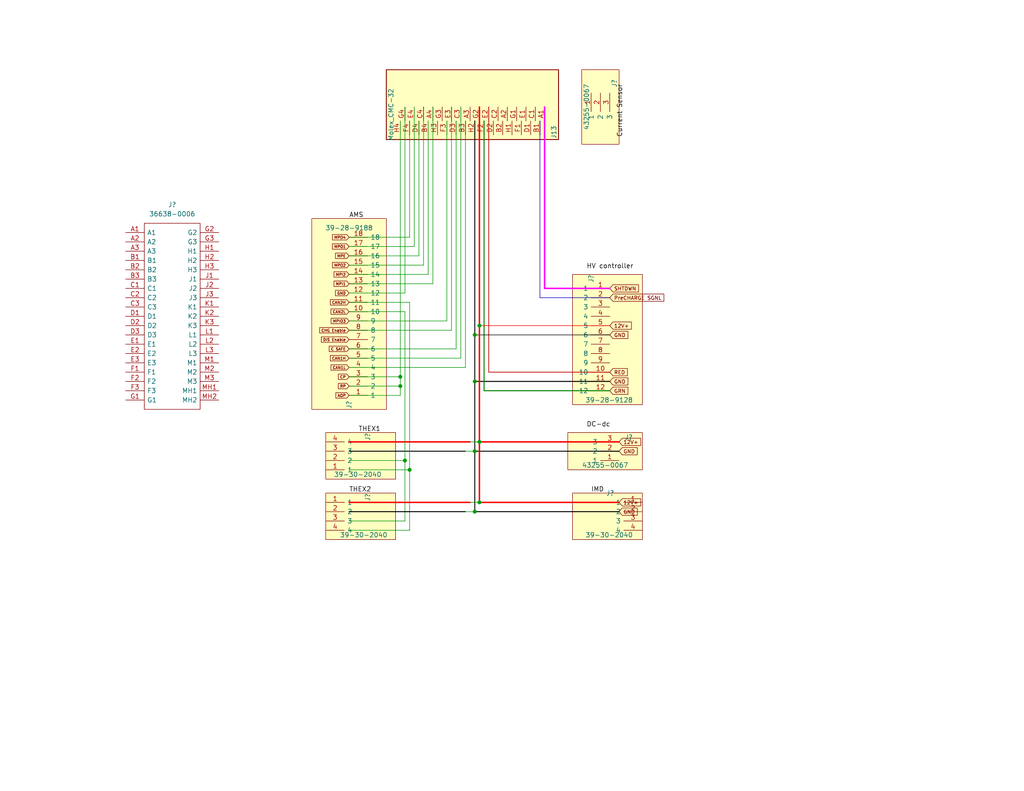
<source format=kicad_sch>
(kicad_sch (version 20211123) (generator eeschema)
  (paper "USLetter")
  (lib_symbols
    (symbol "36638-0006:36638-0006" (pin_names (offset 0.762))
      (property "Reference" "J" (at 21.59 7.62 0))
      (property "Value" "36638-0006" (at 21.59 5.08 0))
      (symbol "36638-0006_0_0"
        (pin passive line (at 0 0 0) (length 5.08) (name "A1") (number "A1"))
        (pin passive line (at 0 -2.54 0) (length 5.08) (name "A2") (number "A2"))
        (pin passive line (at 0 -5.08 0) (length 5.08) (name "A3") (number "A3"))
        (pin passive line (at 0 -7.62 0) (length 5.08) (name "B1") (number "B1"))
        (pin passive line (at 0 -10.16 0) (length 5.08) (name "B2") (number "B2"))
        (pin passive line (at 0 -12.7 0) (length 5.08) (name "B3") (number "B3"))
        (pin passive line (at 0 -15.24 0) (length 5.08) (name "C1") (number "C1"))
        (pin passive line (at 0 -17.78 0) (length 5.08) (name "C2") (number "C2"))
        (pin passive line (at 0 -20.32 0) (length 5.08) (name "C3") (number "C3"))
        (pin passive line (at 0 -22.86 0) (length 5.08) (name "D1") (number "D1"))
        (pin passive line (at 0 -25.4 0) (length 5.08) (name "D2") (number "D2"))
        (pin passive line (at 0 -27.94 0) (length 5.08) (name "D3") (number "D3"))
        (pin passive line (at 0 -30.48 0) (length 5.08) (name "E1") (number "E1"))
        (pin passive line (at 0 -33.02 0) (length 5.08) (name "E2") (number "E2"))
        (pin passive line (at 0 -35.56 0) (length 5.08) (name "E3") (number "E3"))
        (pin passive line (at 0 -38.1 0) (length 5.08) (name "F1") (number "F1"))
        (pin passive line (at 0 -40.64 0) (length 5.08) (name "F2") (number "F2"))
        (pin passive line (at 0 -43.18 0) (length 5.08) (name "F3") (number "F3"))
        (pin passive line (at 0 -45.72 0) (length 5.08) (name "G1") (number "G1"))
        (pin passive line (at 25.4 0 180) (length 5.08) (name "G2") (number "G2"))
        (pin passive line (at 25.4 -2.54 180) (length 5.08) (name "G3") (number "G3"))
        (pin passive line (at 25.4 -5.08 180) (length 5.08) (name "H1") (number "H1"))
        (pin passive line (at 25.4 -7.62 180) (length 5.08) (name "H2") (number "H2"))
        (pin passive line (at 25.4 -10.16 180) (length 5.08) (name "H3") (number "H3"))
        (pin passive line (at 25.4 -12.7 180) (length 5.08) (name "J1") (number "J1"))
        (pin passive line (at 25.4 -15.24 180) (length 5.08) (name "J2") (number "J2"))
        (pin passive line (at 25.4 -17.78 180) (length 5.08) (name "J3") (number "J3"))
        (pin passive line (at 25.4 -20.32 180) (length 5.08) (name "K1") (number "K1"))
        (pin passive line (at 25.4 -22.86 180) (length 5.08) (name "K2") (number "K2"))
        (pin passive line (at 25.4 -25.4 180) (length 5.08) (name "K3") (number "K3"))
        (pin passive line (at 25.4 -27.94 180) (length 5.08) (name "L1") (number "L1"))
        (pin passive line (at 25.4 -30.48 180) (length 5.08) (name "L2") (number "L2"))
        (pin passive line (at 25.4 -33.02 180) (length 5.08) (name "L3") (number "L3"))
        (pin passive line (at 25.4 -35.56 180) (length 5.08) (name "M1") (number "M1"))
        (pin passive line (at 25.4 -38.1 180) (length 5.08) (name "M2") (number "M2"))
        (pin passive line (at 25.4 -40.64 180) (length 5.08) (name "M3") (number "M3"))
        (pin passive line (at 25.4 -43.18 180) (length 5.08) (name "MH1") (number "MH1"))
        (pin passive line (at 25.4 -45.72 180) (length 5.08) (name "MH2") (number "MH2"))
      )
      (symbol "36638-0006_0_1"
        (polyline (pts (xy 5.08 2.54) (xy 20.32 2.54) (xy 20.32 -48.26) (xy 5.08 -48.26) (xy 5.08 2.54)) (stroke (width 0.1524)))
      )
    )
    (symbol "39-28-9128:39-28-9128" (pin_names (offset 0.762))
      (property "Reference" "J" (at 2.54 17.78 0))
      (property "Value" "39-28-9128" (at -3.81 -15.24 0))
      (symbol "39-28-9128_0_0"
        (pin passive line (at 0 -12.7 0) (length 5.08) (name "1") (number "1"))
        (pin passive line (at 0 10.16 0) (length 5.08) (name "10") (number "10"))
        (pin passive line (at 0 12.7 0) (length 5.08) (name "11") (number "11"))
        (pin passive line (at 0 15.24 0) (length 5.08) (name "12") (number "12"))
        (pin passive line (at 0 -10.16 0) (length 5.08) (name "2") (number "2"))
        (pin passive line (at 0 -7.62 0) (length 5.08) (name "3") (number "3"))
        (pin passive line (at 0 -5.08 0) (length 5.08) (name "4") (number "4"))
        (pin passive line (at 0 -2.54 0) (length 5.08) (name "5") (number "5"))
        (pin passive line (at 0 0 0) (length 5.08) (name "6") (number "6"))
        (pin passive line (at 0 2.54 0) (length 5.08) (name "7") (number "7"))
        (pin passive line (at 0 5.08 0) (length 5.08) (name "8") (number "8"))
        (pin passive line (at 0 7.62 0) (length 5.08) (name "9") (number "9"))
      )
      (symbol "39-28-9128_0_1"
        (rectangle (start 10.16 -16.51) (end -8.89 19.05) (fill (type background)))
      )
    )
    (symbol "39-30-2040_1" (pin_names (offset 0.762))
      (property "Reference" "J" (at 16.51 7.62 0))
      (property "Value" "39-30-2040_1" (at 16.51 5.08 0))
      (symbol "39-30-2040_1_0_0"
        (pin passive line (at -6.35 -7.62 0) (length 5.08) (name "1") (number "1"))
        (pin passive line (at -6.35 -5.08 0) (length 5.08) (name "2") (number "2"))
        (pin passive line (at -6.35 -2.54 0) (length 5.08) (name "3") (number "3"))
        (pin passive line (at -6.35 0 0) (length 5.08) (name "4") (number "4"))
      )
      (symbol "39-30-2040_1_0_1"
        (polyline (pts (xy -6.35 2.54) (xy 12.7 2.54) (xy 12.7 -10.16) (xy -6.35 -10.16) (xy -6.35 2.54)) (stroke (width 0.1524)) (fill (type background)))
      )
    )
    (symbol "39-30-2040_2" (pin_names (offset 0.762))
      (property "Reference" "J" (at 16.51 7.62 0))
      (property "Value" "39-30-2040_2" (at 16.51 5.08 0))
      (symbol "39-30-2040_2_0_0"
        (pin passive line (at -6.35 -7.62 0) (length 5.08) (name "1") (number "1"))
        (pin passive line (at -6.35 -5.08 0) (length 5.08) (name "2") (number "2"))
        (pin passive line (at -6.35 -2.54 0) (length 5.08) (name "3") (number "3"))
        (pin passive line (at -6.35 0 0) (length 5.08) (name "4") (number "4"))
      )
      (symbol "39-30-2040_2_0_1"
        (polyline (pts (xy -6.35 2.54) (xy 12.7 2.54) (xy 12.7 -10.16) (xy -6.35 -10.16) (xy -6.35 2.54)) (stroke (width 0.1524)) (fill (type background)))
      )
    )
    (symbol "43255-0067:43255-0067" (pin_names (offset 0.762))
      (property "Reference" "J?" (at 3.81 -8.8899 90))
      (property "Value" "43255-0067" (at 3.81 -11.4299 90))
      (symbol "43255-0067_0_0"
        (pin passive line (at 0 0 0) (length 5.08) (name "1") (number "1"))
        (pin passive line (at 0 -2.54 0) (length 5.08) (name "2") (number "2"))
        (pin passive line (at 0 -5.08 0) (length 5.08) (name "3") (number "3"))
      )
      (symbol "43255-0067_0_1"
        (polyline (pts (xy -6.35 2.54) (xy 13.97 2.54) (xy 13.97 -7.62) (xy -6.35 -7.62) (xy -6.35 2.54)) (stroke (width 0.1524)) (fill (type background)))
      )
    )
    (symbol "FSAE DMS-23 Components:Molex_CMC-32" (pin_names (offset 1.016) hide)
      (property "Reference" "J" (at -5.08 40.64 0))
      (property "Value" "Molex_CMC-32" (at -5.08 -3.81 0))
      (symbol "Molex_CMC-32_1_1"
        (rectangle (start -16.51 41.91) (end 2.54 -5.08) (stroke (width 0.254)) (fill (type background)))
        (pin passive line (at -6.35 38.1 0) (length 3.81) (name "Pin_1") (number "A1"))
        (pin passive line (at -6.35 27.94 0) (length 3.81) (name "Pin_9") (number "A2"))
        (pin passive line (at -6.35 17.78 0) (length 3.81) (name "Pin_17") (number "A3"))
        (pin passive line (at -6.35 7.62 0) (length 3.81) (name "Pin_25") (number "A4"))
        (pin passive line (at -2.54 36.83 0) (length 3.81) (name "Pin_2") (number "B1"))
        (pin passive line (at -2.54 26.67 0) (length 3.81) (name "Pin_10") (number "B2"))
        (pin passive line (at -2.54 16.51 0) (length 3.81) (name "Pin_18") (number "B3"))
        (pin passive line (at -2.54 6.35 0) (length 3.81) (name "Pin_26") (number "B4"))
        (pin passive line (at -6.35 35.56 0) (length 3.81) (name "Pin_3") (number "C1"))
        (pin passive line (at -6.35 25.4 0) (length 3.81) (name "Pin_11") (number "C2"))
        (pin passive line (at -6.35 15.24 0) (length 3.81) (name "Pin_19") (number "C3"))
        (pin passive line (at -6.35 5.08 0) (length 3.81) (name "Pin_27") (number "C4"))
        (pin passive line (at -2.54 34.29 0) (length 3.81) (name "Pin_4") (number "D1"))
        (pin passive line (at -2.54 24.13 0) (length 3.81) (name "Pin_12") (number "D2"))
        (pin passive line (at -2.54 13.97 0) (length 3.81) (name "Pin_20") (number "D3"))
        (pin passive line (at -2.54 3.81 0) (length 3.81) (name "Pin_28") (number "D4"))
        (pin passive line (at -6.35 33.02 0) (length 3.81) (name "Pin_5") (number "E1"))
        (pin passive line (at -6.35 22.86 0) (length 3.81) (name "Pin_13") (number "E2"))
        (pin passive line (at -6.35 12.7 0) (length 3.81) (name "Pin_21") (number "E3"))
        (pin passive line (at -6.35 2.54 0) (length 3.81) (name "Pin_29") (number "E4"))
        (pin power_in line (at -2.54 31.75 0) (length 3.81) (name "Pin_6") (number "F1"))
        (pin passive line (at -2.54 21.59 0) (length 3.81) (name "Pin_14") (number "F2"))
        (pin passive line (at -2.54 11.43 0) (length 3.81) (name "Pin_22") (number "F3"))
        (pin passive line (at -2.54 1.27 0) (length 3.81) (name "Pin_30") (number "F4"))
        (pin power_in line (at -6.35 30.48 0) (length 3.81) (name "Pin_7") (number "G1"))
        (pin power_in line (at -6.35 20.32 0) (length 3.81) (name "Pin_15") (number "G2"))
        (pin power_in line (at -6.35 10.16 0) (length 3.81) (name "Pin_23") (number "G3"))
        (pin power_in line (at -6.35 0 0) (length 3.81) (name "Pin_31") (number "G4"))
        (pin power_in line (at -2.54 29.21 0) (length 3.81) (name "Pin_8") (number "H1"))
        (pin power_in line (at -2.54 19.05 0) (length 3.81) (name "Pin_16") (number "H2"))
        (pin power_in line (at -2.54 8.89 0) (length 3.81) (name "Pin_24") (number "H3"))
        (pin power_in line (at -2.54 -1.27 0) (length 3.81) (name "Pin_32") (number "H4"))
      )
    )
    (symbol "Molex 39-28-9188:39-28-9188" (pin_names (offset 0.762))
      (property "Reference" "J?" (at -25.4 2.54 90))
      (property "Value" "39-28-9188" (at 22.86 2.54 0))
      (symbol "39-28-9188_0_0"
        (pin passive line (at 0 -20.32 0) (length 5.08) (name "1") (number "1"))
        (pin passive line (at 0 2.54 0) (length 5.08) (name "10") (number "10"))
        (pin passive line (at 0 5.08 0) (length 5.08) (name "11") (number "11"))
        (pin passive line (at 0 7.62 0) (length 5.08) (name "12") (number "12"))
        (pin passive line (at 0 10.16 0) (length 5.08) (name "13") (number "13"))
        (pin passive line (at 0 12.7 0) (length 5.08) (name "14") (number "14"))
        (pin passive line (at 0 15.24 0) (length 5.08) (name "15") (number "15"))
        (pin passive line (at 0 17.78 0) (length 5.08) (name "16") (number "16"))
        (pin passive line (at 0 20.32 0) (length 5.08) (name "17") (number "17"))
        (pin passive line (at 0 22.86 0) (length 5.08) (name "18") (number "18"))
        (pin passive line (at 0 -17.78 0) (length 5.08) (name "2") (number "2"))
        (pin passive line (at 0 -15.24 0) (length 5.08) (name "3") (number "3"))
        (pin passive line (at 0 -12.7 0) (length 5.08) (name "4") (number "4"))
        (pin passive line (at 0 -10.16 0) (length 5.08) (name "5") (number "5"))
        (pin passive line (at 0 -7.62 0) (length 5.08) (name "6") (number "6"))
        (pin passive line (at 0 -5.08 0) (length 5.08) (name "7") (number "7"))
        (pin passive line (at 0 -2.54 0) (length 5.08) (name "8") (number "8"))
        (pin passive line (at 0 0 0) (length 5.08) (name "9") (number "9"))
      )
      (symbol "39-28-9188_0_1"
        (rectangle (start -10.16 27.94) (end 10.16 -24.13) (fill (type background)))
      )
    )
    (symbol "Molex 39-30-2040:39-30-2040" (pin_names (offset 0.762))
      (property "Reference" "J" (at 16.51 7.62 0))
      (property "Value" "39-30-2040" (at 16.51 5.08 0))
      (symbol "39-30-2040_0_0"
        (pin passive line (at -6.35 -7.62 0) (length 5.08) (name "1") (number "1"))
        (pin passive line (at -6.35 -5.08 0) (length 5.08) (name "2") (number "2"))
        (pin passive line (at -6.35 -2.54 0) (length 5.08) (name "3") (number "3"))
        (pin passive line (at -6.35 0 0) (length 5.08) (name "4") (number "4"))
      )
      (symbol "39-30-2040_0_1"
        (polyline (pts (xy -6.35 2.54) (xy 12.7 2.54) (xy 12.7 -10.16) (xy -6.35 -10.16) (xy -6.35 2.54)) (stroke (width 0.1524)) (fill (type background)))
      )
    )
  )
  (junction (at 111.76 128.27))
  (junction (at 129.54 139.7))
  (junction (at 129.54 91.44))
  (junction (at 110.49 125.73))
  (junction (at 130.81 120.65))
  (junction (at 129.54 104.14))
  (junction (at 129.54 123.19))
  (junction (at 109.22 105.41))
  (junction (at 130.81 137.16))
  (junction (at 109.22 102.87))
  (junction (at 130.81 88.9))
  (wire (pts (xy 128.27 137.16) (xy 130.81 137.16)))
  (wire (pts (xy 95.25 82.55) (xy 111.76 82.55)))
  (wire (pts (xy 95.25 74.93) (xy 116.84 74.93)))
  (wire (pts (xy 129.54 123.19) (xy 129.54 139.7)) (stroke (width 0.25) (color 0 0 0 1)))
  (wire (pts (xy 113.03 67.31) (xy 113.03 29.21)))
  (wire (pts (xy 95.25 87.63) (xy 121.92 87.63)))
  (wire (pts (xy 129.54 33.02) (xy 129.54 91.44)) (stroke (width 0.25) (color 0 0 0 1)))
  (wire (pts (xy 110.49 80.01) (xy 110.49 29.21)))
  (wire (pts (xy 127 123.19) (xy 129.54 123.19)))
  (wire (pts (xy 95.25 125.73) (xy 110.49 125.73)))
  (wire (pts (xy 129.54 91.44) (xy 129.54 104.14)) (stroke (width 0.25) (color 0 0 0 1)))
  (wire (pts (xy 148.59 78.74) (xy 166.37 78.74)) (stroke (width 0.4) (color 255 0 255 1)))
  (wire (pts (xy 166.37 101.6) (xy 133.35 101.6)) (stroke (width 0.2) (color 194 0 0 1)))
  (wire (pts (xy 147.32 81.28) (xy 166.37 81.28)) (stroke (width 0) (color 0 0 194 1)))
  (wire (pts (xy 95.25 80.01) (xy 110.49 80.01)))
  (wire (pts (xy 147.32 33.02) (xy 147.32 81.28)) (stroke (width 0) (color 0 0 194 1)))
  (wire (pts (xy 123.19 90.17) (xy 123.19 29.21)))
  (wire (pts (xy 111.76 144.78) (xy 95.25 144.78)))
  (wire (pts (xy 110.49 125.73) (xy 110.49 142.24)))
  (wire (pts (xy 109.22 102.87) (xy 109.22 105.41)))
  (wire (pts (xy 95.25 95.25) (xy 124.46 95.25)))
  (wire (pts (xy 109.22 102.87) (xy 95.25 102.87)))
  (wire (pts (xy 95.25 77.47) (xy 118.11 77.47)))
  (wire (pts (xy 95.25 67.31) (xy 113.03 67.31)))
  (wire (pts (xy 127 139.7) (xy 129.54 139.7)))
  (wire (pts (xy 128.27 137.16) (xy 95.25 137.16)) (stroke (width 0.4) (color 255 0 0 1)))
  (wire (pts (xy 166.37 91.44) (xy 129.54 91.44)) (stroke (width 0) (color 0 0 0 1)))
  (wire (pts (xy 166.37 88.9) (xy 130.81 88.9)) (stroke (width 0) (color 255 0 0 1)))
  (wire (pts (xy 95.25 97.79) (xy 125.73 97.79)))
  (wire (pts (xy 166.37 104.14) (xy 129.54 104.14)) (stroke (width 0.27) (color 0 0 0 1)))
  (wire (pts (xy 95.25 90.17) (xy 123.19 90.17)))
  (wire (pts (xy 109.22 107.95) (xy 95.25 107.95)))
  (wire (pts (xy 128.27 120.65) (xy 130.81 120.65)))
  (wire (pts (xy 115.57 72.39) (xy 115.57 29.21)))
  (wire (pts (xy 124.46 95.25) (xy 124.46 33.02)))
  (wire (pts (xy 127 100.33) (xy 127 33.02)))
  (wire (pts (xy 130.81 88.9) (xy 130.81 120.65)) (stroke (width 0.4) (color 255 0 0 1)))
  (wire (pts (xy 110.49 85.09) (xy 95.25 85.09)))
  (wire (pts (xy 132.08 33.02) (xy 132.08 106.68)) (stroke (width 0.27) (color 0 132 0 1)))
  (wire (pts (xy 111.76 82.55) (xy 111.76 128.27)))
  (wire (pts (xy 121.92 87.63) (xy 121.92 33.02)))
  (wire (pts (xy 95.25 69.85) (xy 114.3 69.85)))
  (wire (pts (xy 132.08 106.68) (xy 166.37 106.68)) (stroke (width 0.27) (color 0 132 0 1)))
  (wire (pts (xy 114.3 69.85) (xy 114.3 33.02)))
  (wire (pts (xy 109.22 33.02) (xy 109.22 102.87)))
  (wire (pts (xy 168.91 139.7) (xy 129.54 139.7)) (stroke (width 0.25) (color 0 0 0 1)))
  (wire (pts (xy 111.76 64.77) (xy 111.76 33.02)))
  (wire (pts (xy 130.81 120.65) (xy 130.81 137.16)) (stroke (width 0.4) (color 255 0 0 1)))
  (wire (pts (xy 168.91 123.19) (xy 129.54 123.19)) (stroke (width 0.25) (color 0 0 0 1)))
  (wire (pts (xy 130.81 29.21) (xy 130.81 88.9)) (stroke (width 0.4) (color 255 0 0 1)))
  (wire (pts (xy 127 139.7) (xy 95.25 139.7)) (stroke (width 0.25) (color 0 0 0 1)))
  (wire (pts (xy 168.91 120.65) (xy 130.81 120.65)) (stroke (width 0.4) (color 255 0 0 1)))
  (wire (pts (xy 133.35 101.6) (xy 133.35 29.21)) (stroke (width 0.2) (color 194 0 0 1)))
  (wire (pts (xy 111.76 128.27) (xy 95.25 128.27)))
  (wire (pts (xy 111.76 128.27) (xy 111.76 144.78)))
  (wire (pts (xy 95.25 72.39) (xy 115.57 72.39)))
  (wire (pts (xy 110.49 142.24) (xy 95.25 142.24)))
  (wire (pts (xy 128.27 120.65) (xy 95.25 120.65)) (stroke (width 0.4) (color 255 0 0 1)))
  (wire (pts (xy 110.49 125.73) (xy 110.49 85.09)))
  (wire (pts (xy 95.25 105.41) (xy 109.22 105.41)))
  (wire (pts (xy 129.54 104.14) (xy 129.54 123.19)) (stroke (width 0.25) (color 0 0 0 1)))
  (wire (pts (xy 148.59 29.21) (xy 148.59 78.74)) (stroke (width 0.4) (color 255 0 255 1)))
  (wire (pts (xy 95.25 64.77) (xy 111.76 64.77)))
  (wire (pts (xy 109.22 105.41) (xy 109.22 107.95)))
  (wire (pts (xy 125.73 97.79) (xy 125.73 29.21)))
  (wire (pts (xy 168.91 137.16) (xy 130.81 137.16)) (stroke (width 0.4) (color 255 0 0 1)))
  (wire (pts (xy 127 123.19) (xy 95.25 123.19)) (stroke (width 0.25) (color 0 0 0 1)))
  (wire (pts (xy 95.25 100.33) (xy 127 100.33)))
  (wire (pts (xy 118.11 77.47) (xy 118.11 29.21)))
  (wire (pts (xy 116.84 74.93) (xy 116.84 33.02)))
  (label "THEX2" (at 95.25 134.62 0))
  (label "THEX1" (at 97.79 118.11 0))
  (label "IMD" (at 161.29 134.62 0))
  (label "AMS" (at 95.25 59.69 0))
  (label "DC-dc" (at 160.02 116.84 0))
  (label "Current Sensor" (at 170.18 22.86 270))
  (label "HV controller" (at 160.02 73.66 0))
  (global_label "GND" (shape input) (at 168.91 139.7 0) (effects (font (size 1 1))) (property "Intersheet References" "${INTERSHEET_REFS}" (effects hide)))
  (global_label "CHG Enable" (shape input) (at 95.25 90.17 180) (effects (font (size 0.75 0.75))) (property "Intersheet References" "${INTERSHEET_REFS}" (effects hide)))
  (global_label "CAN1L" (shape input) (at 95.25 100.33 180) (effects (font (size 0.75 0.75))) (property "Intersheet References" "${INTERSHEET_REFS}" (effects hide)))
  (global_label "MPO4" (shape input) (at 95.25 64.77 180) (effects (font (size 0.75 0.75))) (property "Intersheet References" "${INTERSHEET_REFS}" (effects hide)))
  (global_label "RP" (shape input) (at 95.25 105.41 180) (effects (font (size 0.75 0.75))) (property "Intersheet References" "${INTERSHEET_REFS}" (effects hide)))
  (global_label "PreCHARGE SGNL" (shape input) (at 166.37 81.28 0) (effects (font (size 1 1))) (property "Intersheet References" "${INTERSHEET_REFS}" (effects hide)))
  (global_label "GND" (shape input) (at 166.37 104.14 0) (effects (font (size 1 1))) (property "Intersheet References" "${INTERSHEET_REFS}" (effects hide)))
  (global_label "12V+" (shape input) (at 168.91 137.16 0) (effects (font (size 1 1))) (property "Intersheet References" "${INTERSHEET_REFS}" (effects hide)))
  (global_label "CAN1H" (shape input) (at 95.25 97.79 180) (effects (font (size 0.75 0.75))) (property "Intersheet References" "${INTERSHEET_REFS}" (effects hide)))
  (global_label "GND" (shape input) (at 168.91 123.19 0) (effects (font (size 1 1))) (property "Intersheet References" "${INTERSHEET_REFS}" (effects hide)))
  (global_label "12V+" (shape input) (at 168.91 120.65 0) (effects (font (size 1 1))) (property "Intersheet References" "${INTERSHEET_REFS}" (effects hide)))
  (global_label "MPO1" (shape input) (at 95.25 67.31 180) (effects (font (size 0.75 0.75))) (property "Intersheet References" "${INTERSHEET_REFS}" (effects hide)))
  (global_label "GND" (shape input) (at 166.37 91.44 0) (effects (font (size 1 1))) (property "Intersheet References" "${INTERSHEET_REFS}" (effects hide)))
  (global_label "CP" (shape input) (at 95.25 102.87 180) (effects (font (size 0.75 0.75))) (property "Intersheet References" "${INTERSHEET_REFS}" (effects hide)))
  (global_label "MPIO3" (shape input) (at 95.25 87.63 180) (effects (font (size 0.75 0.75))) (property "Intersheet References" "${INTERSHEET_REFS}" (effects hide)))
  (global_label "DIS Enable" (shape input) (at 95.25 92.71 180) (effects (font (size 0.75 0.75))) (property "Intersheet References" "${INTERSHEET_REFS}" (effects hide)))
  (global_label "CAN2H" (shape input) (at 95.25 82.55 180) (effects (font (size 0.75 0.75))) (property "Intersheet References" "${INTERSHEET_REFS}" (effects hide)))
  (global_label "MPI2" (shape input) (at 95.25 74.93 180) (effects (font (size 0.75 0.75))) (property "Intersheet References" "${INTERSHEET_REFS}" (effects hide)))
  (global_label "MPE" (shape input) (at 95.25 69.85 180) (effects (font (size 0.75 0.75))) (property "Intersheet References" "${INTERSHEET_REFS}" (effects hide)))
  (global_label "AOP" (shape input) (at 95.25 107.95 180) (effects (font (size 0.75 0.75))) (property "Intersheet References" "${INTERSHEET_REFS}" (effects hide)))
  (global_label "MPO2" (shape input) (at 95.25 72.39 180) (effects (font (size 0.75 0.75))) (property "Intersheet References" "${INTERSHEET_REFS}" (effects hide)))
  (global_label "RED" (shape input) (at 166.37 101.6 0) (effects (font (size 1 1))) (property "Intersheet References" "${INTERSHEET_REFS}" (effects hide)))
  (global_label "GRN" (shape input) (at 166.37 106.68 0) (effects (font (size 1 1))) (property "Intersheet References" "${INTERSHEET_REFS}" (effects hide)))
  (global_label "MPI1" (shape input) (at 95.25 77.47 180) (effects (font (size 0.75 0.75))) (property "Intersheet References" "${INTERSHEET_REFS}" (effects hide)))
  (global_label "C SAFE" (shape input) (at 95.25 95.25 180) (effects (font (size 0.75 0.75))) (property "Intersheet References" "${INTERSHEET_REFS}" (effects hide)))
  (global_label "CAN2L" (shape input) (at 95.25 85.09 180) (effects (font (size 0.75 0.75))) (property "Intersheet References" "${INTERSHEET_REFS}" (effects hide)))
  (global_label "SHTDWN" (shape input) (at 166.37 78.74 0) (effects (font (size 1 1))) (property "Intersheet References" "${INTERSHEET_REFS}" (effects hide)))
  (global_label "GND" (shape input) (at 95.25 80.01 180) (effects (font (size 0.75 0.75))) (property "Intersheet References" "${INTERSHEET_REFS}" (effects hide)))
  (global_label "12V+" (shape input) (at 166.37 88.9 0) (effects (font (size 1 1))) (property "Intersheet References" "${INTERSHEET_REFS}" (effects hide)))
  (symbol (lib_id "39-28-9128:39-28-9128") (at 166.37 91.44 180) (unit 1)
    (property "Reference" "J?" (at 161.29 74.93 90) (effects (justify left)))
    (property "Value" "39-28-9128" (at 172.72 109.22 0) (effects (justify left)))
    (property "Footprint" "39-28-9128" (effects hide))
    (property "Datasheet" "https://www.molex.com/pdm_docs/sd/039289048_sd.pdf" (effects hide))
    (property "Description" "Molex MINI-FIT JR. Series, Series Number 5566, 4.2mm Pitch 12 Way 2 Row Straight PCB Header, Solder Termination, 9A" (effects hide))
    (property "Height" "12.8" (effects hide))
    (property "Manufacturer_Name" "Molex" (effects hide))
    (property "Manufacturer_Part_Number" "39-28-9128" (effects hide))
    (property "Mouser Part Number" "538-39-28-9128" (effects hide))
    (property "Mouser Price/Stock" "https://www.mouser.co.uk/ProductDetail/Molex/39-28-9128/?qs=Vtbn2VVmZzGSg6twzfOWVA%3D%3D" (effects hide))
  )
  (symbol (lib_id "Molex 39-28-9188:39-28-9188") (at 95.25 87.63 0) (unit 1)
    (property "Reference" "J?" (at 95.25 110.49 90))
    (property "Value" "39-28-9188" (at 95.25 62.23 0))
    (property "Footprint" "39-28-9188" (effects hide))
    (property "Datasheet" "https://www.molex.com/pdm_docs/sd/039289048_sd.pdf" (effects hide))
    (property "Description" "Mini-Fit Jr. Vertical Header, 4.20mm Pitch, Dual Row, 4 Circuits, with Snap-in Plastic Peg PCB Lock, Gold, Natural" (effects hide))
    (property "Height" "12.8" (effects hide))
    (property "Manufacturer_Name" "Molex" (effects hide))
    (property "Manufacturer_Part_Number" "39-28-9188" (effects hide))
    (property "Mouser Part Number" "538-39-28-9188" (effects hide))
    (property "Mouser Price/Stock" "https://www.mouser.com/Search/Refine.aspx?Keyword=538-39-28-9188" (effects hide))
  )
  (symbol (lib_id "36638-0006:36638-0006") (at 34.29 63.5 0) (unit 1)
    (property "Reference" "J?" (at 46.99 55.88 0))
    (property "Value" "36638-0006" (at 46.99 58.42 0))
    (property "Footprint" "366380006" (effects hide))
    (property "Datasheet" "https://www.mouser.com/datasheet/2/276/0366380006_PCB_HEADERS-345685.pdf" (effects hide))
    (property "Description" "Automotive Connectors CMC HDR WITH SPLIT PEG T3BK36" (effects hide))
    (property "Height" "28.95" (effects hide))
    (property "Manufacturer_Name" "Molex" (effects hide))
    (property "Manufacturer_Part_Number" "36638-0006" (effects hide))
    (property "Mouser Part Number" "538-36638-0006" (effects hide))
    (property "Mouser Price/Stock" "https://www.mouser.co.uk/ProductDetail/Molex/36638-0006?qs=KsiteKi30G2c2PEIBEY3Eg%3D%3D" (effects hide))
  )
  (symbol (lib_id "Molex 39-30-2040:39-30-2040") (at 95.25 120.65 0) (unit 1)
    (property "Reference" "J?" (at 100.33 118.11 90) (effects (justify right)))
    (property "Value" "39-30-2040" (at 104.14 129.54 0) (effects (justify right)))
    (property "Footprint" "39-30-204Y" (effects hide))
    (property "Datasheet" "https://www.molex.com/pdm_docs/sd/039302040_sd.pdf" (effects hide))
    (property "Description" "Mini-Fit Jr. Vertical Header, 4.20mm Pitch, Single Row, 4 Circuits, with Snap-in Plastic Peg PCB Lock" (effects hide))
    (property "Height" "12.45" (effects hide))
    (property "Manufacturer_Name" "Molex" (effects hide))
    (property "Manufacturer_Part_Number" "39-30-2040" (effects hide))
    (property "Mouser Part Number" "538-39-30-2040" (effects hide))
    (property "Mouser Price/Stock" "https://www.mouser.co.uk/ProductDetail/Molex/39-30-2040?qs=cm0cgiBciNb%252Bk5q295QaGg%3D%3D" (effects hide))
  )
  (symbol (lib_id "FSAE DMS-23 Components:Molex_CMC-32") (at 110.49 35.56 270) (unit 1)
    (property "Reference" "J13" (at 151.13 34.29 0) (effects (justify left)))
    (property "Value" "Molex_CMC-32" (at 106.68 24.13 0) (effects (font (size 1.25 1.25)) (justify left)))
  )
  (symbol (lib_name "39-30-2040_2") (lib_id "Molex 39-30-2040:39-30-2040") (at 95.25 144.78 0) (mirror x) (unit 1)
    (property "Reference" "J?" (at 100.33 134.62 90) (effects (justify left)))
    (property "Value" "39-30-2040" (at 92.71 146.05 0) (effects (justify left)))
    (property "Footprint" "39-30-204Y" (effects hide))
    (property "Datasheet" "https://www.molex.com/pdm_docs/sd/039302040_sd.pdf" (effects hide))
    (property "Description" "Mini-Fit Jr. Vertical Header, 4.20mm Pitch, Single Row, 4 Circuits, with Snap-in Plastic Peg PCB Lock" (effects hide))
    (property "Height" "12.45" (effects hide))
    (property "Manufacturer_Name" "Molex" (effects hide))
    (property "Manufacturer_Part_Number" "39-30-2040" (effects hide))
    (property "Mouser Part Number" "538-39-30-2040" (effects hide))
    (property "Mouser Price/Stock" "https://www.mouser.co.uk/ProductDetail/Molex/39-30-2040?qs=cm0cgiBciNb%252Bk5q295QaGg%3D%3D" (effects hide))
  )
  (symbol (lib_name "39-30-2040_1") (lib_id "Molex 39-30-2040:39-30-2040") (at 168.91 144.78 180) (unit 1)
    (property "Reference" "J?" (at 167.64 134.62 0) (effects (justify left)))
    (property "Value" "39-30-2040" (at 172.72 146.05 0) (effects (justify left)))
    (property "Footprint" "39-30-204Y" (effects hide))
    (property "Datasheet" "https://www.molex.com/pdm_docs/sd/039302040_sd.pdf" (effects hide))
    (property "Description" "Mini-Fit Jr. Vertical Header, 4.20mm Pitch, Single Row, 4 Circuits, with Snap-in Plastic Peg PCB Lock" (effects hide))
    (property "Height" "12.45" (effects hide))
    (property "Manufacturer_Name" "Molex" (effects hide))
    (property "Manufacturer_Part_Number" "39-30-2040" (effects hide))
    (property "Mouser Part Number" "538-39-30-2040" (effects hide))
    (property "Mouser Price/Stock" "https://www.mouser.co.uk/ProductDetail/Molex/39-30-2040?qs=cm0cgiBciNb%252Bk5q295QaGg%3D%3D" (effects hide))
  )
  (symbol (lib_id "43255-0067:43255-0067") (at 161.29 25.4 90) (mirror x) (unit 1)
    (property "Reference" "J?" (at 167.64 21.59 0) (effects (justify left)))
    (property "Value" "43255-0067" (at 160.02 22.86 0) (effects (justify left)))
    (property "Footprint" "432550067" (effects hide))
    (property "Datasheet" "https://www.molex.com/pdm_docs/sd/432550067_sd.pdf" (effects hide))
    (property "Description" "Molex 43255 67, 6.35mm Pitch, 3 Way, 1 Row, Straight PCB Header" (effects hide))
    (property "Height" "13.97" (effects hide))
    (property "Manufacturer_Name" "Molex" (effects hide))
    (property "Manufacturer_Part_Number" "43255-0067" (effects hide))
    (property "Mouser Part Number" "538-43255-0067" (effects hide))
    (property "Mouser Price/Stock" "https://www.mouser.co.uk/ProductDetail/Molex/43255-0067?qs=po45yt2pPpv8wHYkRrK%252BDA%3D%3D" (effects hide))
  )
  (symbol (lib_id "43255-0067:43255-0067") (at 168.91 125.73 180) (unit 1)
    (property "Reference" "J?" (at 172.72 119.38 0) (effects (justify left)))
    (property "Value" "43255-0067" (at 171.45 127 0) (effects (justify left)))
    (property "Footprint" "432550067" (effects hide))
    (property "Datasheet" "https://www.molex.com/pdm_docs/sd/432550067_sd.pdf" (effects hide))
    (property "Description" "Molex 43255 67, 6.35mm Pitch, 3 Way, 1 Row, Straight PCB Header" (effects hide))
    (property "Height" "13.97" (effects hide))
    (property "Manufacturer_Name" "Molex" (effects hide))
    (property "Manufacturer_Part_Number" "43255-0067" (effects hide))
    (property "Mouser Part Number" "538-43255-0067" (effects hide))
    (property "Mouser Price/Stock" "https://www.mouser.co.uk/ProductDetail/Molex/43255-0067?qs=po45yt2pPpv8wHYkRrK%252BDA%3D%3D" (effects hide))
  )
)
</source>
